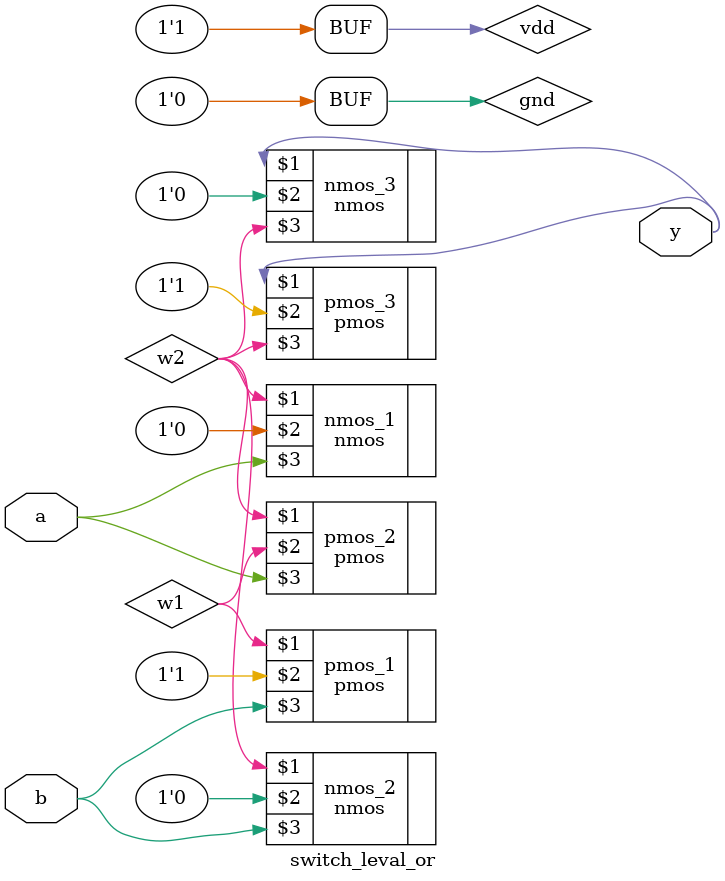
<source format=v>
`timescale 1ns / 1ps


module switch_leval_or(input a,b,output y);
wire w1,w2;
supply0 gnd;
supply1 vdd;
pmos pmos_1(w1,vdd,b);
pmos pmos_2(w2,w1,a);
nmos nmos_1(w2,gnd,a);
nmos nmos_2(w2,gnd,b);
pmos pmos_3(y,vdd,w2);
nmos nmos_3(y,gnd,w2);

endmodule

</source>
